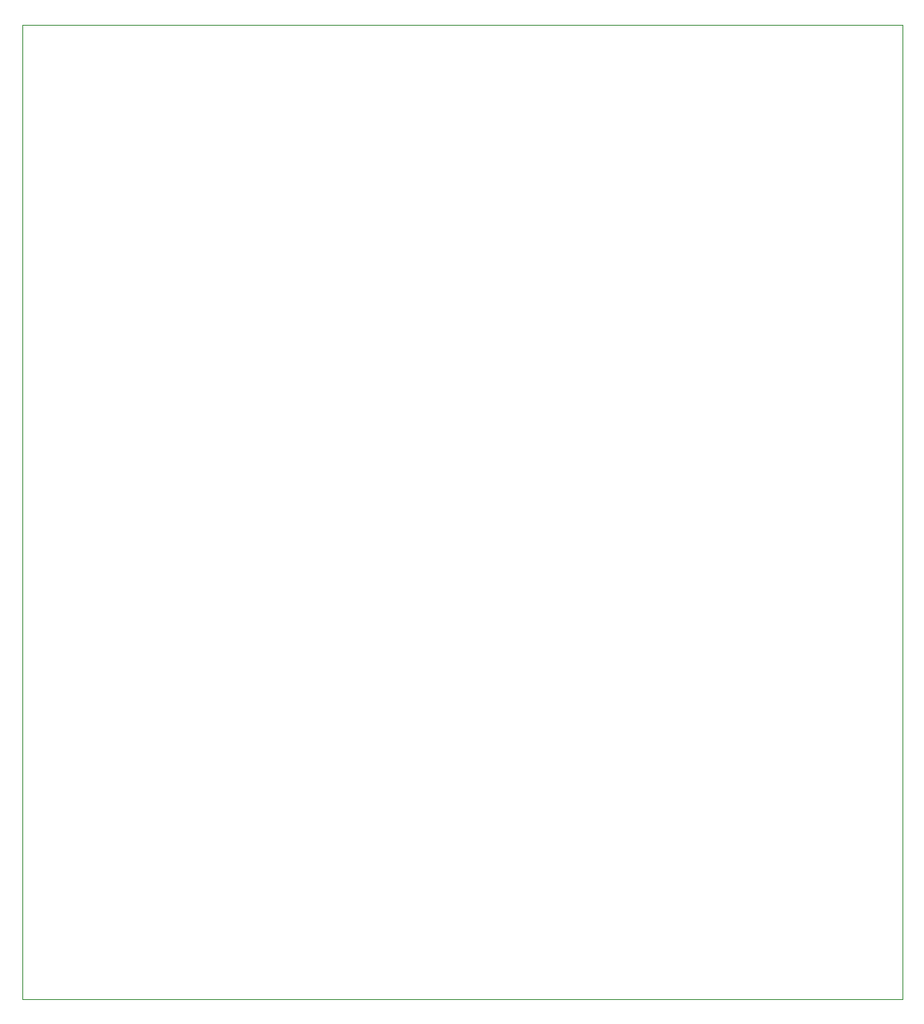
<source format=gm1>
G04 #@! TF.GenerationSoftware,KiCad,Pcbnew,(5.1.6)-1*
G04 #@! TF.CreationDate,2021-11-02T04:41:39+01:00*
G04 #@! TF.ProjectId,SLAVE,534c4156-452e-46b6-9963-61645f706362,V1*
G04 #@! TF.SameCoordinates,Original*
G04 #@! TF.FileFunction,Profile,NP*
%FSLAX46Y46*%
G04 Gerber Fmt 4.6, Leading zero omitted, Abs format (unit mm)*
G04 Created by KiCad (PCBNEW (5.1.6)-1) date 2021-11-02 04:41:39*
%MOMM*%
%LPD*%
G01*
G04 APERTURE LIST*
G04 #@! TA.AperFunction,Profile*
%ADD10C,0.050000*%
G04 #@! TD*
G04 APERTURE END LIST*
D10*
X192550000Y-52660000D02*
X192550000Y-152290000D01*
X102580000Y-52660000D02*
X192550000Y-52660000D01*
X102580000Y-152290000D02*
X102580000Y-52660000D01*
X192550000Y-152290000D02*
X102580000Y-152290000D01*
M02*

</source>
